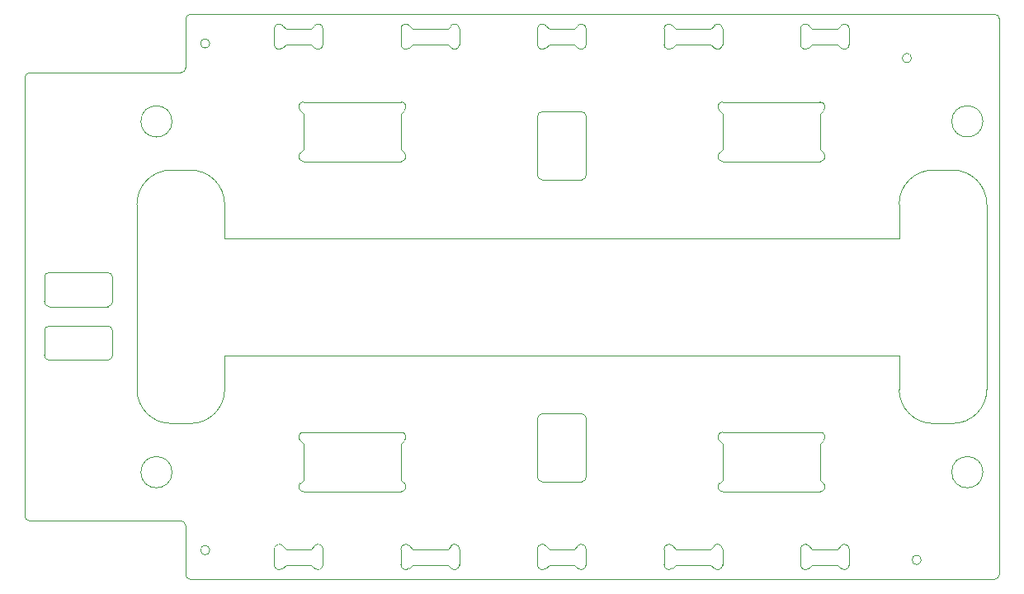
<source format=gm1>
G04 #@! TF.GenerationSoftware,KiCad,Pcbnew,(5.1.6-0-10_14)*
G04 #@! TF.CreationDate,2021-06-30T10:46:54+09:00*
G04 #@! TF.ProjectId,qPCR-photodiode-series,71504352-2d70-4686-9f74-6f64696f6465,rev?*
G04 #@! TF.SameCoordinates,Original*
G04 #@! TF.FileFunction,Profile,NP*
%FSLAX46Y46*%
G04 Gerber Fmt 4.6, Leading zero omitted, Abs format (unit mm)*
G04 Created by KiCad (PCBNEW (5.1.6-0-10_14)) date 2021-06-30 10:46:54*
%MOMM*%
%LPD*%
G01*
G04 APERTURE LIST*
G04 #@! TA.AperFunction,Profile*
%ADD10C,0.100000*%
G04 #@! TD*
G04 APERTURE END LIST*
D10*
X101975000Y-126000000D02*
G75*
G03*
X101975000Y-126000000I-475000J0D01*
G01*
X174975000Y-127000000D02*
G75*
G03*
X174975000Y-127000000I-475000J0D01*
G01*
X173975000Y-75500000D02*
G75*
G03*
X173975000Y-75500000I-475000J0D01*
G01*
X92000000Y-103500000D02*
X92000000Y-106000000D01*
X92000000Y-106000000D02*
G75*
G02*
X91500000Y-106500000I-500000J0D01*
G01*
X85500000Y-106500000D02*
G75*
G02*
X85000000Y-106000000I0J500000D01*
G01*
X85000000Y-103500000D02*
G75*
G02*
X85500000Y-103000000I500000J0D01*
G01*
X85000000Y-103500000D02*
X85000000Y-106000000D01*
X85500000Y-106500000D02*
X91500000Y-106500000D01*
X85500000Y-103000000D02*
X91500000Y-103000000D01*
X91500000Y-103000000D02*
G75*
G02*
X92000000Y-103500000I0J-500000D01*
G01*
X85500000Y-101000000D02*
X91500000Y-101000000D01*
X85500000Y-101000000D02*
G75*
G02*
X85000000Y-100500000I0J500000D01*
G01*
X92000000Y-100500000D02*
G75*
G02*
X91500000Y-101000000I-500000J0D01*
G01*
X92000000Y-98000000D02*
X92000000Y-100500000D01*
X85000000Y-98000000D02*
X85000000Y-100500000D01*
X85000000Y-98000000D02*
G75*
G02*
X85500000Y-97500000I500000J0D01*
G01*
X91500000Y-97500000D02*
G75*
G02*
X92000000Y-98000000I0J-500000D01*
G01*
X85500000Y-97500000D02*
X91500000Y-97500000D01*
X140600000Y-112500000D02*
X140600000Y-118500000D01*
X135600000Y-112500000D02*
X135600000Y-118500000D01*
X140100000Y-119000000D02*
X136100000Y-119000000D01*
X136100000Y-119000000D02*
G75*
G02*
X135600000Y-118500000I0J500000D01*
G01*
X140600000Y-118500000D02*
G75*
G02*
X140100000Y-119000000I-500000J0D01*
G01*
X136100000Y-112000000D02*
X140100000Y-112000000D01*
X140100000Y-112000000D02*
G75*
G02*
X140600000Y-112500000I0J-500000D01*
G01*
X135600000Y-112500000D02*
G75*
G02*
X136100000Y-112000000I500000J0D01*
G01*
X135600000Y-81500000D02*
X135600000Y-87500000D01*
X140600000Y-81500000D02*
X140600000Y-87500000D01*
X136100000Y-81000000D02*
X140100000Y-81000000D01*
X140100000Y-81000000D02*
G75*
G02*
X140600000Y-81500000I0J-500000D01*
G01*
X135600000Y-81500000D02*
G75*
G02*
X136100000Y-81000000I500000J0D01*
G01*
X136100000Y-88000000D02*
G75*
G02*
X135600000Y-87500000I0J500000D01*
G01*
X140600000Y-87500000D02*
G75*
G02*
X140100000Y-88000000I-500000J0D01*
G01*
X140100000Y-88000000D02*
X136100000Y-88000000D01*
X121600950Y-80001749D02*
X111600950Y-80001749D01*
X111600950Y-86101749D02*
X121600950Y-86101749D01*
X83000000Y-77500000D02*
G75*
G02*
X83500000Y-77000000I500000J0D01*
G01*
X154600950Y-86101749D02*
X164600950Y-86101749D01*
X154600950Y-86101750D02*
G75*
G02*
X154247396Y-85248195I0J500001D01*
G01*
X154600950Y-84894642D02*
X154247396Y-85248195D01*
X154600950Y-81208855D02*
X154600950Y-84894642D01*
X154247396Y-80855302D02*
X154600950Y-81208855D01*
X154247397Y-80855302D02*
G75*
G02*
X154600950Y-80001749I353553J353553D01*
G01*
X135585950Y-72501750D02*
G75*
G02*
X136439503Y-72148195I500000J1D01*
G01*
X136793056Y-72501749D02*
X136439503Y-72148195D01*
X167585950Y-74101750D02*
G75*
G02*
X166732396Y-74455302I-500000J1D01*
G01*
X166732397Y-72148196D02*
G75*
G02*
X167585950Y-72501749I353553J-353553D01*
G01*
X166732396Y-72148195D02*
X166378843Y-72501749D01*
X166378843Y-74101749D02*
X166732396Y-74455302D01*
X126732397Y-72148196D02*
G75*
G02*
X127585950Y-72501749I353553J-353553D01*
G01*
X127585950Y-74101749D02*
X127585950Y-72501749D01*
X166378843Y-72501749D02*
X163793056Y-72501749D01*
X112378843Y-74101749D02*
X112732396Y-74455302D01*
X109793056Y-74101749D02*
X112378843Y-74101749D01*
X109439503Y-74455302D02*
X109793056Y-74101749D01*
X162585950Y-72501750D02*
G75*
G02*
X163439503Y-72148195I500000J1D01*
G01*
X163793056Y-72501749D02*
X163439503Y-72148195D01*
X167585950Y-74101749D02*
X167585950Y-72501749D01*
X112732397Y-72148196D02*
G75*
G02*
X113585950Y-72501749I353553J-353553D01*
G01*
X113585950Y-74101749D02*
X113585950Y-72501749D01*
X113585950Y-74101750D02*
G75*
G02*
X112732396Y-74455302I-500000J1D01*
G01*
X126378843Y-72501749D02*
X122793056Y-72501749D01*
X126732396Y-72148195D02*
X126378843Y-72501749D01*
X164600950Y-80001750D02*
G75*
G02*
X164954503Y-80855302I0J-499999D01*
G01*
X164600950Y-81208855D02*
X164954503Y-80855302D01*
X122793056Y-74101749D02*
X126378843Y-74101749D01*
X122439503Y-74455302D02*
X122793056Y-74101749D01*
X109793056Y-72501749D02*
X109439503Y-72148195D01*
X112378843Y-72501749D02*
X109793056Y-72501749D01*
X112732396Y-72148195D02*
X112378843Y-72501749D01*
X121954503Y-85248195D02*
X121600950Y-84894642D01*
X121954503Y-85248196D02*
G75*
G02*
X121600950Y-86101749I-353553J-353553D01*
G01*
X149439503Y-74455302D02*
G75*
G02*
X148585950Y-74101749I-353553J353553D01*
G01*
X108585950Y-72501750D02*
G75*
G02*
X109439503Y-72148195I500000J1D01*
G01*
X164600950Y-84894642D02*
X164600950Y-81208855D01*
X164954503Y-85248195D02*
X164600950Y-84894642D01*
X164954503Y-85248196D02*
G75*
G02*
X164600950Y-86101749I-353553J-353553D01*
G01*
X163439503Y-74455302D02*
G75*
G02*
X162585950Y-74101749I-353553J353553D01*
G01*
X121600950Y-80001750D02*
G75*
G02*
X121954503Y-80855302I0J-499999D01*
G01*
X121600950Y-81208855D02*
X121954503Y-80855302D01*
X121600950Y-84894642D02*
X121600950Y-81208855D01*
X162585950Y-72501749D02*
X162585950Y-74101749D01*
X109439503Y-74455302D02*
G75*
G02*
X108585950Y-74101749I-353553J353553D01*
G01*
X108585950Y-72501749D02*
X108585950Y-74101749D01*
X153732397Y-72148196D02*
G75*
G02*
X154585950Y-72501749I353553J-353553D01*
G01*
X154585950Y-74101750D02*
G75*
G02*
X153732396Y-74455302I-500000J1D01*
G01*
X153732396Y-72148195D02*
X153378843Y-72501749D01*
X163439503Y-74455302D02*
X163793056Y-74101749D01*
X140585950Y-74101750D02*
G75*
G02*
X139732396Y-74455302I-500000J1D01*
G01*
X139378843Y-74101749D02*
X139732396Y-74455302D01*
X136793056Y-74101749D02*
X139378843Y-74101749D01*
X136439503Y-74455302D02*
X136793056Y-74101749D01*
X122439503Y-74455302D02*
G75*
G02*
X121585950Y-74101749I-353553J353553D01*
G01*
X121585950Y-72501749D02*
X121585950Y-74101749D01*
X148585950Y-72501749D02*
X148585950Y-74101749D01*
X139378843Y-72501749D02*
X136793056Y-72501749D01*
X139732396Y-72148195D02*
X139378843Y-72501749D01*
X121585950Y-72501750D02*
G75*
G02*
X122439503Y-72148195I500000J1D01*
G01*
X122793056Y-72501749D02*
X122439503Y-72148195D01*
X136439503Y-74455302D02*
G75*
G02*
X135585950Y-74101749I-353553J353553D01*
G01*
X135585950Y-72501749D02*
X135585950Y-74101749D01*
X163793056Y-74101749D02*
X166378843Y-74101749D01*
X149439503Y-74455302D02*
X149793056Y-74101749D01*
X153378843Y-74101749D02*
X153732396Y-74455302D01*
X153378843Y-72501749D02*
X149793056Y-72501749D01*
X149793056Y-74101749D02*
X153378843Y-74101749D01*
X154585950Y-74101749D02*
X154585950Y-72501749D01*
X127585950Y-74101750D02*
G75*
G02*
X126732396Y-74455302I-500000J1D01*
G01*
X126378843Y-74101749D02*
X126732396Y-74455302D01*
X149793056Y-72501749D02*
X149439503Y-72148195D01*
X111247396Y-80855302D02*
X111600950Y-81208855D01*
X111247397Y-80855302D02*
G75*
G02*
X111600950Y-80001749I353553J353553D01*
G01*
X139732397Y-72148196D02*
G75*
G02*
X140585950Y-72501749I353553J-353553D01*
G01*
X140585950Y-74101749D02*
X140585950Y-72501749D01*
X148585950Y-72501750D02*
G75*
G02*
X149439503Y-72148195I500000J1D01*
G01*
X164600950Y-80001749D02*
X154600950Y-80001749D01*
X111600950Y-86101750D02*
G75*
G02*
X111247396Y-85248195I0J500001D01*
G01*
X111600950Y-84894642D02*
X111247396Y-85248195D01*
X111600950Y-81208855D02*
X111600950Y-84894642D01*
X154600950Y-113898251D02*
X164600950Y-113898251D01*
X154600950Y-113898250D02*
G75*
G03*
X154247396Y-114751805I0J-500001D01*
G01*
X154600950Y-115105358D02*
X154247396Y-114751805D01*
X154600950Y-118791145D02*
X154600950Y-115105358D01*
X154247396Y-119144698D02*
X154600950Y-118791145D01*
X154247397Y-119144698D02*
G75*
G03*
X154600950Y-119998251I353553J-353553D01*
G01*
X135585950Y-127498250D02*
G75*
G03*
X136439503Y-127851805I500000J-1D01*
G01*
X136793056Y-127498251D02*
X136439503Y-127851805D01*
X167585950Y-125898250D02*
G75*
G03*
X166732396Y-125544698I-500000J-1D01*
G01*
X166732397Y-127851804D02*
G75*
G03*
X167585950Y-127498251I353553J353553D01*
G01*
X166732396Y-127851805D02*
X166378843Y-127498251D01*
X166378843Y-125898251D02*
X166732396Y-125544698D01*
X126732397Y-127851804D02*
G75*
G03*
X127585950Y-127498251I353553J353553D01*
G01*
X127585950Y-125898251D02*
X127585950Y-127498251D01*
X166378843Y-127498251D02*
X163793056Y-127498251D01*
X112378843Y-125898251D02*
X112732396Y-125544698D01*
X109793056Y-125898251D02*
X112378843Y-125898251D01*
X109439503Y-125544698D02*
X109793056Y-125898251D01*
X162585950Y-127498250D02*
G75*
G03*
X163439503Y-127851805I500000J-1D01*
G01*
X163793056Y-127498251D02*
X163439503Y-127851805D01*
X167585950Y-125898251D02*
X167585950Y-127498251D01*
X112732397Y-127851804D02*
G75*
G03*
X113585950Y-127498251I353553J353553D01*
G01*
X113585950Y-125898251D02*
X113585950Y-127498251D01*
X113585950Y-125898250D02*
G75*
G03*
X112732396Y-125544698I-500000J-1D01*
G01*
X126378843Y-127498251D02*
X122793056Y-127498251D01*
X126732396Y-127851805D02*
X126378843Y-127498251D01*
X164600950Y-119998250D02*
G75*
G03*
X164954503Y-119144698I0J499999D01*
G01*
X164600950Y-118791145D02*
X164954503Y-119144698D01*
X122793056Y-125898251D02*
X126378843Y-125898251D01*
X122439503Y-125544698D02*
X122793056Y-125898251D01*
X109793056Y-127498251D02*
X109439503Y-127851805D01*
X112378843Y-127498251D02*
X109793056Y-127498251D01*
X112732396Y-127851805D02*
X112378843Y-127498251D01*
X121954503Y-114751805D02*
X121600950Y-115105358D01*
X121954503Y-114751804D02*
G75*
G03*
X121600950Y-113898251I-353553J353553D01*
G01*
X111600950Y-113898251D02*
X121600950Y-113898251D01*
X149439503Y-125544698D02*
G75*
G03*
X148585950Y-125898251I-353553J-353553D01*
G01*
X108585950Y-127498250D02*
G75*
G03*
X109439503Y-127851805I500000J-1D01*
G01*
X164600950Y-115105358D02*
X164600950Y-118791145D01*
X164954503Y-114751805D02*
X164600950Y-115105358D01*
X164954503Y-114751804D02*
G75*
G03*
X164600950Y-113898251I-353553J353553D01*
G01*
X163439503Y-125544698D02*
G75*
G03*
X162585950Y-125898251I-353553J-353553D01*
G01*
X121600950Y-119998250D02*
G75*
G03*
X121954503Y-119144698I0J499999D01*
G01*
X121600950Y-118791145D02*
X121954503Y-119144698D01*
X121600950Y-115105358D02*
X121600950Y-118791145D01*
X162585950Y-127498251D02*
X162585950Y-125898251D01*
X109439503Y-125544698D02*
G75*
G03*
X108585950Y-125898251I-353553J-353553D01*
G01*
X108585950Y-127498251D02*
X108585950Y-125898251D01*
X153732397Y-127851804D02*
G75*
G03*
X154585950Y-127498251I353553J353553D01*
G01*
X154585950Y-125898250D02*
G75*
G03*
X153732396Y-125544698I-500000J-1D01*
G01*
X153732396Y-127851805D02*
X153378843Y-127498251D01*
X163439503Y-125544698D02*
X163793056Y-125898251D01*
X140585950Y-125898250D02*
G75*
G03*
X139732396Y-125544698I-500000J-1D01*
G01*
X139378843Y-125898251D02*
X139732396Y-125544698D01*
X136793056Y-125898251D02*
X139378843Y-125898251D01*
X136439503Y-125544698D02*
X136793056Y-125898251D01*
X122439503Y-125544698D02*
G75*
G03*
X121585950Y-125898251I-353553J-353553D01*
G01*
X121585950Y-127498251D02*
X121585950Y-125898251D01*
X148585950Y-127498251D02*
X148585950Y-125898251D01*
X139378843Y-127498251D02*
X136793056Y-127498251D01*
X139732396Y-127851805D02*
X139378843Y-127498251D01*
X121585950Y-127498250D02*
G75*
G03*
X122439503Y-127851805I500000J-1D01*
G01*
X122793056Y-127498251D02*
X122439503Y-127851805D01*
X136439503Y-125544698D02*
G75*
G03*
X135585950Y-125898251I-353553J-353553D01*
G01*
X135585950Y-127498251D02*
X135585950Y-125898251D01*
X163793056Y-125898251D02*
X166378843Y-125898251D01*
X149439503Y-125544698D02*
X149793056Y-125898251D01*
X153378843Y-125898251D02*
X153732396Y-125544698D01*
X153378843Y-127498251D02*
X149793056Y-127498251D01*
X149793056Y-125898251D02*
X153378843Y-125898251D01*
X154585950Y-125898251D02*
X154585950Y-127498251D01*
X127585950Y-125898250D02*
G75*
G03*
X126732396Y-125544698I-500000J-1D01*
G01*
X126378843Y-125898251D02*
X126732396Y-125544698D01*
X149793056Y-127498251D02*
X149439503Y-127851805D01*
X111247396Y-119144698D02*
X111600950Y-118791145D01*
X111247397Y-119144698D02*
G75*
G03*
X111600950Y-119998251I353553J-353553D01*
G01*
X121600950Y-119998251D02*
X111600950Y-119998251D01*
X139732397Y-127851804D02*
G75*
G03*
X140585950Y-127498251I353553J353553D01*
G01*
X140585950Y-125898251D02*
X140585950Y-127498251D01*
X148585950Y-127498250D02*
G75*
G03*
X149439503Y-127851805I500000J-1D01*
G01*
X164600950Y-119998251D02*
X154600950Y-119998251D01*
X111600950Y-113898250D02*
G75*
G03*
X111247396Y-114751805I0J-500001D01*
G01*
X111600950Y-115105358D02*
X111247396Y-114751805D01*
X111600950Y-118791145D02*
X111600950Y-115105358D01*
X181700000Y-109500000D02*
G75*
G02*
X178200000Y-113000000I-3500000J0D01*
G01*
X176200000Y-113000000D02*
X178200000Y-113000000D01*
X176200000Y-113000000D02*
G75*
G02*
X172700000Y-109500000I0J3500000D01*
G01*
X100000000Y-113000000D02*
G75*
G03*
X103500000Y-109500000I0J3500000D01*
G01*
X94500000Y-109500000D02*
G75*
G03*
X98000000Y-113000000I3500000J0D01*
G01*
X172700000Y-106000000D02*
X103500000Y-106000000D01*
X100000000Y-113000000D02*
X98000000Y-113000000D01*
X172700000Y-109500000D02*
X172700000Y-106000000D01*
X103500000Y-106000000D02*
X103500000Y-109500000D01*
X100000000Y-87000000D02*
G75*
G02*
X103500000Y-90500000I0J-3500000D01*
G01*
X181700000Y-109500000D02*
X181700000Y-90500000D01*
X172700000Y-90500000D02*
G75*
G02*
X176200000Y-87000000I3500000J0D01*
G01*
X176200000Y-87000000D02*
X178200000Y-87000000D01*
X178200000Y-87000000D02*
G75*
G02*
X181700000Y-90500000I0J-3500000D01*
G01*
X94500000Y-90500000D02*
G75*
G02*
X98000000Y-87000000I3500000J0D01*
G01*
X172700000Y-94000000D02*
X103500000Y-94000000D01*
X94500000Y-90500000D02*
X94500000Y-109500000D01*
X100000000Y-87000000D02*
X98000000Y-87000000D01*
X172700000Y-90500000D02*
X172700000Y-94000000D01*
X103500000Y-94000000D02*
X103500000Y-90500000D01*
X181300000Y-82000000D02*
G75*
G03*
X181300000Y-82000000I-1600000J0D01*
G01*
X98100000Y-82000000D02*
G75*
G03*
X98100000Y-82000000I-1600000J0D01*
G01*
X98100000Y-118000000D02*
G75*
G03*
X98100000Y-118000000I-1600000J0D01*
G01*
X181300000Y-118000000D02*
G75*
G03*
X181300000Y-118000000I-1600000J0D01*
G01*
X99500000Y-76500000D02*
G75*
G02*
X99000000Y-77000000I-500000J0D01*
G01*
X99500000Y-71500000D02*
G75*
G02*
X100000000Y-71000000I500000J0D01*
G01*
X182500000Y-71000000D02*
G75*
G02*
X183000000Y-71500000I0J-500000D01*
G01*
X183000000Y-128500000D02*
G75*
G02*
X182500000Y-129000000I-500000J0D01*
G01*
X100000000Y-129000000D02*
G75*
G02*
X99500000Y-128500000I0J500000D01*
G01*
X99000000Y-123000000D02*
G75*
G02*
X99500000Y-123500000I0J-500000D01*
G01*
X83500000Y-123000000D02*
G75*
G02*
X83000000Y-122500000I0J500000D01*
G01*
X99500000Y-123500000D02*
X99500000Y-128500000D01*
X83500000Y-123000000D02*
X99000000Y-123000000D01*
X100000000Y-129000000D02*
X182500000Y-129000000D01*
X99500000Y-76500000D02*
X99500000Y-71500000D01*
X83500000Y-77000000D02*
X99000000Y-77000000D01*
X83000000Y-77500000D02*
X83000000Y-122500000D01*
X183000000Y-71500000D02*
X183000000Y-128500000D01*
X100000000Y-71000000D02*
X182500000Y-71000000D01*
X101975000Y-74000000D02*
G75*
G03*
X101975000Y-74000000I-475000J0D01*
G01*
M02*

</source>
